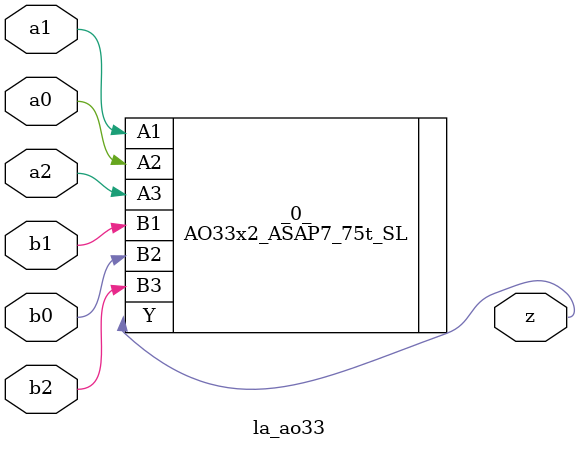
<source format=v>

/* Generated by Yosys 0.44 (git sha1 80ba43d26, g++ 11.4.0-1ubuntu1~22.04 -fPIC -O3) */

(* top =  1  *)
(* src = "inputs/la_ao33.v:10.1-24.10" *)
module la_ao33 (
    a0,
    a1,
    a2,
    b0,
    b1,
    b2,
    z
);
  (* src = "inputs/la_ao33.v:13.12-13.14" *)
  input a0;
  wire a0;
  (* src = "inputs/la_ao33.v:14.12-14.14" *)
  input a1;
  wire a1;
  (* src = "inputs/la_ao33.v:15.12-15.14" *)
  input a2;
  wire a2;
  (* src = "inputs/la_ao33.v:16.12-16.14" *)
  input b0;
  wire b0;
  (* src = "inputs/la_ao33.v:17.12-17.14" *)
  input b1;
  wire b1;
  (* src = "inputs/la_ao33.v:18.12-18.14" *)
  input b2;
  wire b2;
  (* src = "inputs/la_ao33.v:19.12-19.13" *)
  output z;
  wire z;
  AO33x2_ASAP7_75t_SL _0_ (
      .A1(a1),
      .A2(a0),
      .A3(a2),
      .B1(b1),
      .B2(b0),
      .B3(b2),
      .Y (z)
  );
endmodule

</source>
